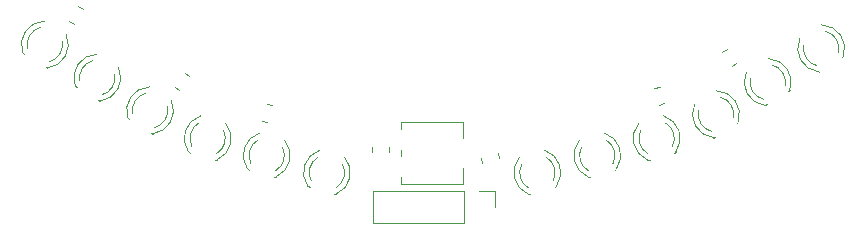
<source format=gbr>
%TF.GenerationSoftware,KiCad,Pcbnew,7.0.9*%
%TF.CreationDate,2025-05-06T13:04:56+09:00*%
%TF.ProjectId,Line_front,4c696e65-5f66-4726-9f6e-742e6b696361,rev?*%
%TF.SameCoordinates,Original*%
%TF.FileFunction,Legend,Top*%
%TF.FilePolarity,Positive*%
%FSLAX46Y46*%
G04 Gerber Fmt 4.6, Leading zero omitted, Abs format (unit mm)*
G04 Created by KiCad (PCBNEW 7.0.9) date 2025-05-06 13:04:56*
%MOMM*%
%LPD*%
G01*
G04 APERTURE LIST*
%ADD10C,0.120000*%
G04 APERTURE END LIST*
D10*
%TO.C,J3*%
X151890000Y-55080000D02*
X151890000Y-56410000D01*
X150560000Y-55080000D02*
X151890000Y-55080000D01*
X149290000Y-55080000D02*
X141610000Y-55080000D01*
X149290000Y-55080000D02*
X149290000Y-57740000D01*
X141610000Y-55080000D02*
X141610000Y-57740000D01*
X149290000Y-57740000D02*
X141610000Y-57740000D01*
%TO.C,R6*%
X171166922Y-43237245D02*
X171547786Y-42989909D01*
X171967542Y-44470091D02*
X172348406Y-44222755D01*
%TO.C,D3*%
X174783153Y-47800914D02*
X174915449Y-47718247D01*
X176747233Y-46573621D02*
X176879528Y-46490954D01*
X173203753Y-44976334D02*
G75*
G03*
X174783564Y-47800658I1800914J-846645D01*
G01*
X173537198Y-45512277D02*
G75*
G03*
X174640400Y-47278077I1467469J-310702D01*
G01*
X176472183Y-46133451D02*
G75*
G03*
X175368705Y-44367825I-1467516J310472D01*
G01*
X176879118Y-46491210D02*
G75*
G03*
X175033175Y-43833183I-1874451J668231D01*
G01*
%TO.C,Q1*%
X179313818Y-44954126D02*
X179446114Y-44871459D01*
X181277898Y-43726833D02*
X181410193Y-43644166D01*
X177734418Y-42129546D02*
G75*
G03*
X179314229Y-44953870I1800914J-846645D01*
G01*
X178067863Y-42665489D02*
G75*
G03*
X179171065Y-44431289I1467469J-310702D01*
G01*
X181002848Y-43286663D02*
G75*
G03*
X179899370Y-41521037I-1467516J310472D01*
G01*
X181409783Y-43644422D02*
G75*
G03*
X179563840Y-40986395I-1874451J668231D01*
G01*
%TO.C,Q4*%
X116370153Y-46122215D02*
X116502448Y-46204882D01*
X118334232Y-47349508D02*
X118466528Y-47432175D01*
X118216506Y-43464445D02*
G75*
G03*
X116370564Y-46122471I28508J-1989795D01*
G01*
X117880976Y-43999086D02*
G75*
G03*
X116777498Y-45764712I364038J-1455154D01*
G01*
X118609281Y-46909338D02*
G75*
G03*
X119712483Y-45143538I-364267J1455098D01*
G01*
X118466117Y-47431918D02*
G75*
G03*
X120045927Y-44607595I-221103J1977678D01*
G01*
%TO.C,R7*%
X125192085Y-46492315D02*
X124820085Y-46231838D01*
X126035243Y-45288162D02*
X125663243Y-45027685D01*
%TO.C,R1*%
X152141604Y-51809139D02*
X152266779Y-52245674D01*
X150728549Y-52214326D02*
X150853724Y-52650861D01*
%TO.C,D2*%
X154745842Y-55323184D02*
X154895799Y-55280184D01*
X156972124Y-54684808D02*
X157122081Y-54641808D01*
X154006186Y-52172682D02*
G75*
G03*
X154746308Y-55323050I1497782J-1310246D01*
G01*
X154178988Y-52779774D02*
G75*
G03*
X154752733Y-54781251I1324980J-703154D01*
G01*
X156829058Y-54185875D02*
G75*
G03*
X156254999Y-52184487I-1325090J702947D01*
G01*
X157121616Y-54641942D02*
G75*
G03*
X156079834Y-51578071I-1617648J1159014D01*
G01*
%TO.C,Q17*%
X159819479Y-53869454D02*
X159969436Y-53826454D01*
X162045761Y-53231078D02*
X162195718Y-53188078D01*
X159079823Y-50718952D02*
G75*
G03*
X159819945Y-53869320I1497782J-1310246D01*
G01*
X159252625Y-51326044D02*
G75*
G03*
X159826370Y-53327521I1324980J-703154D01*
G01*
X161902695Y-52732145D02*
G75*
G03*
X161328636Y-50730757I-1325090J702947D01*
G01*
X162195253Y-53188212D02*
G75*
G03*
X161153471Y-50124341I-1617648J1159014D01*
G01*
%TO.C,R1*%
X132588569Y-47661276D02*
X133027223Y-47778813D01*
X132208105Y-49081187D02*
X132646759Y-49198724D01*
%TO.C,D4*%
X120838787Y-48890405D02*
X120971082Y-48973072D01*
X122802866Y-50117698D02*
X122935162Y-50200365D01*
X122685140Y-46232635D02*
G75*
G03*
X120839198Y-48890661I28508J-1989795D01*
G01*
X122349610Y-46767276D02*
G75*
G03*
X121246132Y-48532902I364038J-1455154D01*
G01*
X123077915Y-49677528D02*
G75*
G03*
X124181117Y-47911728I-364267J1455098D01*
G01*
X122934751Y-50200108D02*
G75*
G03*
X124514561Y-47375785I-221103J1977678D01*
G01*
%TO.C,D1*%
X130969610Y-53188078D02*
X131119567Y-53231078D01*
X133195892Y-53826454D02*
X133345849Y-53869454D01*
X132011857Y-50124342D02*
G75*
G03*
X130970076Y-53188212I575866J-1904856D01*
G01*
X131836692Y-50730757D02*
G75*
G03*
X131262633Y-52732145I751031J-1298441D01*
G01*
X133338958Y-53327522D02*
G75*
G03*
X133912704Y-51326043I-751235J1298324D01*
G01*
X133345383Y-53869321D02*
G75*
G03*
X134085506Y-50718951I-757660J1840123D01*
G01*
%TO.C,Q16*%
X125967836Y-51743315D02*
X126117793Y-51786315D01*
X128194118Y-52381691D02*
X128344075Y-52424691D01*
X127010083Y-48679579D02*
G75*
G03*
X125968302Y-51743449I575866J-1904856D01*
G01*
X126834918Y-49285994D02*
G75*
G03*
X126260859Y-51287382I751031J-1298441D01*
G01*
X128337184Y-51882759D02*
G75*
G03*
X128910930Y-49881280I-751235J1298324D01*
G01*
X128343609Y-52424558D02*
G75*
G03*
X129083732Y-49274188I-757660J1840123D01*
G01*
%TO.C,RV2*%
X149217664Y-54450000D02*
X149217664Y-53070000D01*
X149217664Y-54450000D02*
X143977664Y-54450000D01*
X149217664Y-50590000D02*
X149217664Y-49210000D01*
X149217664Y-49210000D02*
X143977664Y-49210000D01*
X143977664Y-54450000D02*
X143977664Y-53869000D01*
X143977664Y-52090000D02*
X143977664Y-51570000D01*
X143977664Y-49790000D02*
X143977664Y-49210000D01*
%TO.C,D2*%
X164848703Y-52426236D02*
X164998660Y-52383236D01*
X167074985Y-51787860D02*
X167224942Y-51744860D01*
X164109047Y-49275734D02*
G75*
G03*
X164849169Y-52426102I1497782J-1310246D01*
G01*
X164281849Y-49882826D02*
G75*
G03*
X164855594Y-51884303I1324980J-703154D01*
G01*
X166931919Y-51288927D02*
G75*
G03*
X166357860Y-49287539I-1325090J702947D01*
G01*
X167224477Y-51744994D02*
G75*
G03*
X166182695Y-48681123I-1617648J1159014D01*
G01*
%TO.C,D7*%
X111925800Y-43320954D02*
X112058095Y-43403621D01*
X113889879Y-44548247D02*
X114022175Y-44630914D01*
X113772153Y-40663184D02*
G75*
G03*
X111926211Y-43321210I28508J-1989795D01*
G01*
X113436623Y-41197825D02*
G75*
G03*
X112333145Y-42963451I364038J-1455154D01*
G01*
X114164928Y-44108077D02*
G75*
G03*
X115268130Y-42342277I-364267J1455098D01*
G01*
X114021764Y-44630657D02*
G75*
G03*
X115601574Y-41806334I-221103J1977678D01*
G01*
%TO.C,R4*%
X141502664Y-51774564D02*
X141502664Y-51320436D01*
X142972664Y-51774564D02*
X142972664Y-51320436D01*
%TO.C,R5*%
X166228630Y-47625015D02*
X165789976Y-47742552D01*
X165848166Y-46205104D02*
X165409512Y-46322641D01*
%TO.C,Q3*%
X170400832Y-50523577D02*
X170533128Y-50440910D01*
X172364912Y-49296284D02*
X172497207Y-49213617D01*
X168821432Y-47698997D02*
G75*
G03*
X170401243Y-50523321I1800914J-846645D01*
G01*
X169154877Y-48234940D02*
G75*
G03*
X170258079Y-50000740I1467469J-310702D01*
G01*
X172089862Y-48856114D02*
G75*
G03*
X170986384Y-47090488I-1467516J310472D01*
G01*
X172496797Y-49213873D02*
G75*
G03*
X170650854Y-46555846I-1874451J668231D01*
G01*
%TO.C,Q15*%
X136070697Y-54640263D02*
X136220654Y-54683263D01*
X138296979Y-55278639D02*
X138446936Y-55321639D01*
X137112944Y-51576527D02*
G75*
G03*
X136071163Y-54640397I575866J-1904856D01*
G01*
X136937779Y-52182942D02*
G75*
G03*
X136363720Y-54184330I751031J-1298441D01*
G01*
X138440045Y-54779707D02*
G75*
G03*
X139013791Y-52778228I-751235J1298324D01*
G01*
X138446470Y-55321506D02*
G75*
G03*
X139186593Y-52171136I-757660J1840123D01*
G01*
%TO.C,R2*%
X116244579Y-40887192D02*
X115859456Y-40646541D01*
X117023560Y-39640561D02*
X116638437Y-39399910D01*
%TD*%
M02*

</source>
